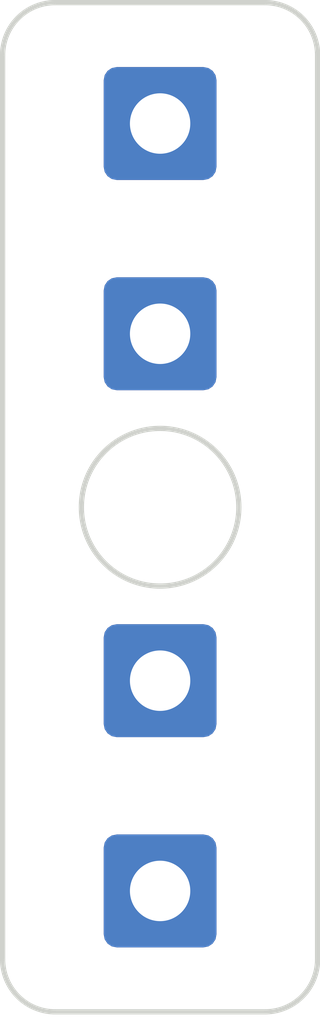
<source format=kicad_pcb>
(kicad_pcb (version 20241229) (generator "pcbnew") (generator_version "9.0")
  (layers (0 "F.Cu" signal) (2 "B.Cu" signal) (13 "F.Paste" user) (15 "B.Paste" user) (5 "F.SilkS" user "F.Silkscreen") (7 "B.SilkS" user "B.Silkscreen") (1 "F.Mask" user) (3 "B.Mask" user) (25 "Edge.Cuts" user))
  (net 0 "")
  (footprint "SolderWire-0.5sqmm_1x01_D0.9mm_OD2.1mm" (layer "F.Cu") (at 43 52.9)
    (property "Reference" "P2a" (hide yes))
    (property "Value" "")
    (pad "1" thru_hole roundrect (at 0 0) (size 2.15 2.15) (drill 1.15) (layers "*.Cu" "*.Mask") (roundrect_rratio 0.116279))
  )
  (footprint "SolderWire-0.5sqmm_1x01_D0.9mm_OD2.1mm" (layer "F.Cu") (at 43 42.3)
    (property "Reference" "P5a" (hide yes))
    (property "Value" "")
    (pad "1" thru_hole roundrect (at 0 0) (size 2.15 2.15) (drill 1.15) (layers "*.Cu" "*.Mask") (roundrect_rratio 0.116279))
  )
  (footprint "SolderWire-0.5sqmm_1x01_D0.9mm_OD2.1mm" (layer "F.Cu") (at 43 56.9)
    (property "Reference" "P4a" (hide yes))
    (property "Value" "")
    (pad "1" thru_hole roundrect (at 0 0) (size 2.15 2.15) (drill 1.15) (layers "*.Cu" "*.Mask") (roundrect_rratio 0.116279))
  )
  (footprint "SolderWire-0.5sqmm_1x01_D0.9mm_OD2.1mm" (layer "F.Cu") (at 43 46.3)
    (property "Reference" "P3a" (hide yes))
    (property "Value" "")
    (pad "1" thru_hole roundrect (at 0 0) (size 2.15 2.15) (drill 1.15) (layers "*.Cu" "*.Mask") (roundrect_rratio 0.116279))
  )
  (gr_line (start 40 40.999993) (end 40 58.2) (stroke (width 0.1)) (layer "Edge.Cuts"))
  (gr_arc (start 41 59.2) (mid 40.292893 58.907107) (end 40 58.2) (stroke (width 0.1)) (layer "Edge.Cuts"))
  (gr_arc (start 46 58.2) (mid 45.707107 58.907107) (end 45 59.2) (stroke (width 0.1)) (layer "Edge.Cuts"))
  (gr_line (start 46 58.2) (end 46 41) (stroke (width 0.1)) (layer "Edge.Cuts"))
  (gr_circle (center 43 49.6) (end 43 51.1) (stroke (width 0.1)) (fill no) (layer "Edge.Cuts"))
  (gr_line (start 45 59.2) (end 41 59.2) (stroke (width 0.1)) (layer "Edge.Cuts"))
  (gr_line (start 41 40) (end 45 40) (stroke (width 0.1)) (layer "Edge.Cuts"))
  (gr_arc (start 40 41) (mid 40.292893 40.292893) (end 41 40) (stroke (width 0.1)) (layer "Edge.Cuts"))
  (gr_arc (start 45 40) (mid 45.707107 40.292893) (end 46 41) (stroke (width 0.1)) (layer "Edge.Cuts"))
)
</source>
